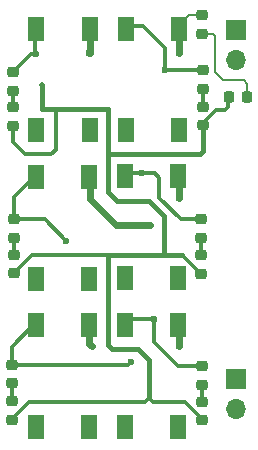
<source format=gbr>
%TF.GenerationSoftware,KiCad,Pcbnew,9.0.6*%
%TF.CreationDate,2025-12-26T20:21:36+00:00*%
%TF.ProjectId,PIDI-BOX-01-RELSW-6-BUTTONS-A1,50494449-2d42-44f5-982d-30312d52454c,rev?*%
%TF.SameCoordinates,Original*%
%TF.FileFunction,Copper,L1,Top*%
%TF.FilePolarity,Positive*%
%FSLAX46Y46*%
G04 Gerber Fmt 4.6, Leading zero omitted, Abs format (unit mm)*
G04 Created by KiCad (PCBNEW 9.0.6) date 2025-12-26 20:21:36*
%MOMM*%
%LPD*%
G01*
G04 APERTURE LIST*
G04 Aperture macros list*
%AMRoundRect*
0 Rectangle with rounded corners*
0 $1 Rounding radius*
0 $2 $3 $4 $5 $6 $7 $8 $9 X,Y pos of 4 corners*
0 Add a 4 corners polygon primitive as box body*
4,1,4,$2,$3,$4,$5,$6,$7,$8,$9,$2,$3,0*
0 Add four circle primitives for the rounded corners*
1,1,$1+$1,$2,$3*
1,1,$1+$1,$4,$5*
1,1,$1+$1,$6,$7*
1,1,$1+$1,$8,$9*
0 Add four rect primitives between the rounded corners*
20,1,$1+$1,$2,$3,$4,$5,0*
20,1,$1+$1,$4,$5,$6,$7,0*
20,1,$1+$1,$6,$7,$8,$9,0*
20,1,$1+$1,$8,$9,$2,$3,0*%
G04 Aperture macros list end*
%TA.AperFunction,SMDPad,CuDef*%
%ADD10RoundRect,0.218750X-0.218750X-0.256250X0.218750X-0.256250X0.218750X0.256250X-0.218750X0.256250X0*%
%TD*%
%TA.AperFunction,SMDPad,CuDef*%
%ADD11RoundRect,0.218750X-0.256250X0.218750X-0.256250X-0.218750X0.256250X-0.218750X0.256250X0.218750X0*%
%TD*%
%TA.AperFunction,SMDPad,CuDef*%
%ADD12R,1.400000X2.100000*%
%TD*%
%TA.AperFunction,SMDPad,CuDef*%
%ADD13RoundRect,0.218750X0.256250X-0.218750X0.256250X0.218750X-0.256250X0.218750X-0.256250X-0.218750X0*%
%TD*%
%TA.AperFunction,ComponentPad*%
%ADD14R,1.700000X1.700000*%
%TD*%
%TA.AperFunction,ComponentPad*%
%ADD15O,1.700000X1.700000*%
%TD*%
%TA.AperFunction,ViaPad*%
%ADD16C,0.600000*%
%TD*%
%TA.AperFunction,ViaPad*%
%ADD17C,0.500000*%
%TD*%
%TA.AperFunction,Conductor*%
%ADD18C,0.300000*%
%TD*%
%TA.AperFunction,Conductor*%
%ADD19C,0.400000*%
%TD*%
%TA.AperFunction,Conductor*%
%ADD20C,0.600000*%
%TD*%
%TA.AperFunction,Conductor*%
%ADD21C,0.200000*%
%TD*%
G04 APERTURE END LIST*
D10*
%TO.P,R7,1*%
%TO.N,+12V*%
X120827700Y-58724800D03*
%TO.P,R7,2*%
%TO.N,Net-(D7-A)*%
X122402700Y-58724800D03*
%TD*%
D11*
%TO.P,D5,1,K*%
%TO.N,S5*%
X102463600Y-81356300D03*
%TO.P,D5,2,A*%
%TO.N,Net-(D5-A)*%
X102463600Y-82931300D03*
%TD*%
D12*
%TO.P,S1,1*%
%TO.N,unconnected-(S1-Pad1)*%
X104546400Y-61529600D03*
%TO.P,S1,2*%
%TO.N,S1*%
X104546400Y-52929600D03*
%TO.P,S1,3*%
%TO.N,unconnected-(S1-Pad3)*%
X109046400Y-61529600D03*
%TO.P,S1,4*%
%TO.N,GND*%
X109046400Y-52929600D03*
%TD*%
D13*
%TO.P,R4,1*%
%TO.N,+12V*%
X118516400Y-73660200D03*
%TO.P,R4,2*%
%TO.N,Net-(D4-A)*%
X118516400Y-72085200D03*
%TD*%
D14*
%TO.P,J3,1,Pin_1*%
%TO.N,unconnected-(J3-Pin_1-Pad1)*%
X121405800Y-82545000D03*
D15*
%TO.P,J3,2,Pin_2*%
%TO.N,unconnected-(J3-Pin_2-Pad2)*%
X121405800Y-85085000D03*
%TD*%
D12*
%TO.P,S2,1*%
%TO.N,unconnected-(S2-Pad1)*%
X112100800Y-61529600D03*
%TO.P,S2,2*%
%TO.N,S2*%
X112100800Y-52929600D03*
%TO.P,S2,3*%
%TO.N,unconnected-(S2-Pad3)*%
X116600800Y-61529600D03*
%TO.P,S2,4*%
%TO.N,GND*%
X116600800Y-52929600D03*
%TD*%
D13*
%TO.P,R1,1*%
%TO.N,+12V*%
X102565200Y-61137900D03*
%TO.P,R1,2*%
%TO.N,Net-(D1-A)*%
X102565200Y-59562900D03*
%TD*%
D11*
%TO.P,D7,1,K*%
%TO.N,GND*%
X118567200Y-51790500D03*
%TO.P,D7,2,A*%
%TO.N,Net-(D7-A)*%
X118567200Y-53365500D03*
%TD*%
D12*
%TO.P,S5,1*%
%TO.N,unconnected-(S5-Pad1)*%
X104516800Y-86624800D03*
%TO.P,S5,2*%
%TO.N,S5*%
X104516800Y-78024800D03*
%TO.P,S5,3*%
%TO.N,unconnected-(S5-Pad3)*%
X109016800Y-86624800D03*
%TO.P,S5,4*%
%TO.N,GND*%
X109016800Y-78024800D03*
%TD*%
D11*
%TO.P,D4,1,K*%
%TO.N,S4*%
X118516400Y-69062500D03*
%TO.P,D4,2,A*%
%TO.N,Net-(D4-A)*%
X118516400Y-70637500D03*
%TD*%
D12*
%TO.P,S4,1*%
%TO.N,unconnected-(S4-Pad1)*%
X112050000Y-73997600D03*
%TO.P,S4,2*%
%TO.N,S4*%
X112050000Y-65397600D03*
%TO.P,S4,3*%
%TO.N,unconnected-(S4-Pad3)*%
X116550000Y-73997600D03*
%TO.P,S4,4*%
%TO.N,GND*%
X116550000Y-65397600D03*
%TD*%
D14*
%TO.P,J2,1,Pin_1*%
%TO.N,unconnected-(J2-Pin_1-Pad1)*%
X121405800Y-53030200D03*
D15*
%TO.P,J2,2,Pin_2*%
%TO.N,unconnected-(J2-Pin_2-Pad2)*%
X121405800Y-55570200D03*
%TD*%
D11*
%TO.P,D3,1,K*%
%TO.N,S3*%
X102616000Y-69062500D03*
%TO.P,D3,2,A*%
%TO.N,Net-(D3-A)*%
X102616000Y-70637500D03*
%TD*%
%TO.P,R2,1*%
%TO.N,Net-(D2-A)*%
X118618000Y-59512100D03*
%TO.P,R2,2*%
%TO.N,+12V*%
X118618000Y-61087100D03*
%TD*%
D12*
%TO.P,S6,1*%
%TO.N,unconnected-(S6-Pad1)*%
X112075400Y-86621400D03*
%TO.P,S6,2*%
%TO.N,S6*%
X112075400Y-78021400D03*
%TO.P,S6,3*%
%TO.N,unconnected-(S6-Pad3)*%
X116575400Y-86621400D03*
%TO.P,S6,4*%
%TO.N,GND*%
X116575400Y-78021400D03*
%TD*%
D11*
%TO.P,R3,1*%
%TO.N,Net-(D3-A)*%
X102616000Y-72034200D03*
%TO.P,R3,2*%
%TO.N,+12V*%
X102616000Y-73609200D03*
%TD*%
D12*
%TO.P,S3,1*%
%TO.N,unconnected-(S3-Pad1)*%
X104518900Y-74073800D03*
%TO.P,S3,2*%
%TO.N,S3*%
X104518900Y-65473800D03*
%TO.P,S3,3*%
%TO.N,unconnected-(S3-Pad3)*%
X109018900Y-74073800D03*
%TO.P,S3,4*%
%TO.N,GND*%
X109018900Y-65473800D03*
%TD*%
D13*
%TO.P,R6,1*%
%TO.N,+12V*%
X118567200Y-86055400D03*
%TO.P,R6,2*%
%TO.N,Net-(D6-A)*%
X118567200Y-84480400D03*
%TD*%
D11*
%TO.P,R5,1*%
%TO.N,Net-(D5-A)*%
X102463600Y-84454900D03*
%TO.P,R5,2*%
%TO.N,+12V*%
X102463600Y-86029900D03*
%TD*%
%TO.P,D6,1,K*%
%TO.N,S6*%
X118567200Y-81483000D03*
%TO.P,D6,2,A*%
%TO.N,Net-(D6-A)*%
X118567200Y-83058000D03*
%TD*%
%TO.P,D1,1,K*%
%TO.N,S1*%
X102565200Y-56591200D03*
%TO.P,D1,2,A*%
%TO.N,Net-(D1-A)*%
X102565200Y-58166200D03*
%TD*%
%TO.P,D2,1,K*%
%TO.N,S2*%
X118618000Y-56413300D03*
%TO.P,D2,2,A*%
%TO.N,Net-(D2-A)*%
X118618000Y-57988300D03*
%TD*%
D16*
%TO.N,S1*%
X104495600Y-55067200D03*
%TO.N,S2*%
X115417600Y-56413300D03*
%TO.N,S3*%
X107086400Y-70866000D03*
%TO.N,S4*%
X113487200Y-65147600D03*
%TO.N,S6*%
X114503200Y-77520800D03*
%TO.N,S5*%
X112572800Y-81127600D03*
D17*
%TO.N,+12V*%
X105054400Y-57658000D03*
D16*
%TO.N,GND*%
X109250800Y-79806800D03*
X114198400Y-69494400D03*
X109016800Y-54965600D03*
X116586000Y-67259200D03*
X116586000Y-79806800D03*
X116586000Y-54965600D03*
%TD*%
D18*
%TO.N,Net-(D1-A)*%
X102565200Y-59562900D02*
X102565200Y-58166200D01*
%TO.N,S1*%
X102565200Y-56591200D02*
X104089200Y-55067200D01*
X104546400Y-52679600D02*
X104470200Y-52755800D01*
X104089200Y-55067200D02*
X104495600Y-55067200D01*
X104470200Y-55041800D02*
X104495600Y-55067200D01*
X104470200Y-52755800D02*
X104470200Y-55041800D01*
%TO.N,S2*%
X115417600Y-54559200D02*
X113538000Y-52679600D01*
X118618000Y-56413300D02*
X115417600Y-56413300D01*
X113538000Y-52679600D02*
X112100800Y-52679600D01*
X115417600Y-56413300D02*
X115417600Y-54559200D01*
%TO.N,Net-(D2-A)*%
X118618000Y-57988300D02*
X118618000Y-59512100D01*
%TO.N,S3*%
X102616000Y-67164800D02*
X104582400Y-65198400D01*
X102616000Y-69062500D02*
X102616000Y-67164800D01*
X107086400Y-70866000D02*
X105282900Y-69062500D01*
X105282900Y-69062500D02*
X102616000Y-69062500D01*
%TO.N,Net-(D3-A)*%
X102616000Y-72034200D02*
X102616000Y-70637500D01*
%TO.N,Net-(D4-A)*%
X118516400Y-70637500D02*
X118516400Y-72008900D01*
%TO.N,S4*%
X118516400Y-69062500D02*
X116814500Y-69062500D01*
X114960400Y-67208400D02*
X114960400Y-65532000D01*
X114960400Y-65532000D02*
X114576000Y-65147600D01*
X116814500Y-69062500D02*
X114960400Y-67208400D01*
X114576000Y-65147600D02*
X112050000Y-65147600D01*
%TO.N,S6*%
X114503200Y-79451200D02*
X114503200Y-77520800D01*
X116535000Y-81483000D02*
X114503200Y-79451200D01*
X114503200Y-77520800D02*
X112173600Y-77520800D01*
X112173600Y-77520800D02*
X112050000Y-77644400D01*
X118567200Y-81483000D02*
X116535000Y-81483000D01*
X114503200Y-77520800D02*
X114626800Y-77644400D01*
%TO.N,Net-(D5-A)*%
X102463600Y-84328000D02*
X102514400Y-84378800D01*
X102463600Y-82931300D02*
X102463600Y-84328000D01*
%TO.N,Net-(D6-A)*%
X118567200Y-84480200D02*
X118567200Y-83058000D01*
%TO.N,S5*%
X102463600Y-81356300D02*
X102463600Y-79828000D01*
X112572800Y-81127600D02*
X112344100Y-81356300D01*
X102463600Y-79828000D02*
X104516800Y-77774800D01*
X112344100Y-81356300D02*
X102463600Y-81356300D01*
%TO.N,+12V*%
X114071400Y-84201000D02*
X114401600Y-84531200D01*
X118618000Y-60896500D02*
X119722900Y-59791600D01*
X102565200Y-62509400D02*
X103581200Y-63525400D01*
D19*
X105054400Y-57658000D02*
X105054400Y-59740800D01*
D18*
X103937000Y-84531200D02*
X102514400Y-85953800D01*
D19*
X118414800Y-63500000D02*
X118618000Y-63296800D01*
X110642400Y-79679800D02*
X110642400Y-72034400D01*
D18*
X102565200Y-61137900D02*
X102565200Y-62509400D01*
D19*
X110642400Y-63500000D02*
X110642400Y-66700400D01*
D18*
X105816400Y-63525400D02*
X106197400Y-63144400D01*
X119722900Y-59791600D02*
X120548400Y-59791600D01*
D19*
X110642400Y-72034400D02*
X116890600Y-72034400D01*
X110642400Y-59740800D02*
X110642400Y-63500000D01*
X115366800Y-68783200D02*
X115366800Y-71983600D01*
D18*
X120802400Y-58674200D02*
X120802200Y-58674000D01*
X106197400Y-59766200D02*
X106172000Y-59740800D01*
X117170200Y-84531200D02*
X118567200Y-85928200D01*
X104190800Y-72034400D02*
X110642400Y-72034400D01*
X103581200Y-63525400D02*
X105816400Y-63525400D01*
X102565200Y-61137900D02*
X102565200Y-61036200D01*
D19*
X106172000Y-59740800D02*
X110642400Y-59740800D01*
X114071400Y-80949800D02*
X113131600Y-80010000D01*
D18*
X118567200Y-85928200D02*
X118567200Y-86055200D01*
D19*
X110642400Y-66700400D02*
X111404400Y-67462400D01*
X114071400Y-84201000D02*
X114071400Y-80949800D01*
X118618000Y-63296800D02*
X118618000Y-61087100D01*
X114046000Y-67462400D02*
X115366800Y-68783200D01*
D18*
X120548400Y-59791600D02*
X120802400Y-59537600D01*
X114071400Y-84201000D02*
X113741200Y-84531200D01*
D19*
X111404400Y-67462400D02*
X114046000Y-67462400D01*
D18*
X116890600Y-72034400D02*
X118516400Y-73660200D01*
X113741200Y-84531200D02*
X103937000Y-84531200D01*
X106197400Y-63144400D02*
X106197400Y-59766200D01*
D19*
X113131600Y-80010000D02*
X110972600Y-80010000D01*
X110642400Y-63500000D02*
X118414800Y-63500000D01*
X110972600Y-80010000D02*
X110642400Y-79679800D01*
D18*
X118618000Y-61087100D02*
X118618000Y-60896500D01*
X102616000Y-73609200D02*
X104190800Y-72034400D01*
D19*
X105054400Y-59740800D02*
X106172000Y-59740800D01*
D18*
X114401600Y-84531200D02*
X117170200Y-84531200D01*
X120802400Y-59537600D02*
X120802400Y-58674200D01*
D20*
%TO.N,GND*%
X109046400Y-54936000D02*
X109016800Y-54965600D01*
X114198400Y-69494400D02*
X111252000Y-69494400D01*
D21*
X118567200Y-51790500D02*
X117489900Y-51790500D01*
D20*
X116586000Y-54965600D02*
X116586000Y-52694400D01*
X116586000Y-52694400D02*
X116600800Y-52679600D01*
X109082400Y-67324800D02*
X109082400Y-65198400D01*
X116586000Y-77680400D02*
X116550000Y-77644400D01*
X116586000Y-65183600D02*
X116550000Y-65147600D01*
X109250800Y-79806800D02*
X109016800Y-79572800D01*
D21*
X117489900Y-51790500D02*
X116600800Y-52679600D01*
D20*
X109016800Y-79572800D02*
X109016800Y-77774800D01*
X116586000Y-79806800D02*
X116586000Y-77680400D01*
X116586000Y-67259200D02*
X116586000Y-65183600D01*
X109046400Y-52679600D02*
X109046400Y-54936000D01*
X111252000Y-69494400D02*
X109082400Y-67324800D01*
D21*
%TO.N,Net-(D7-A)*%
X119811700Y-56743600D02*
X120319700Y-57251600D01*
X118567200Y-53365500D02*
X119507100Y-53365500D01*
X120319700Y-57251600D02*
X122097900Y-57251600D01*
X119684800Y-56616700D02*
X120319700Y-57251600D01*
X119684800Y-53543200D02*
X119684800Y-56616700D01*
X119507100Y-53365500D02*
X119684800Y-53543200D01*
X122097900Y-57251600D02*
X122402700Y-57556400D01*
X122402700Y-57556400D02*
X122402700Y-58724800D01*
%TD*%
M02*

</source>
